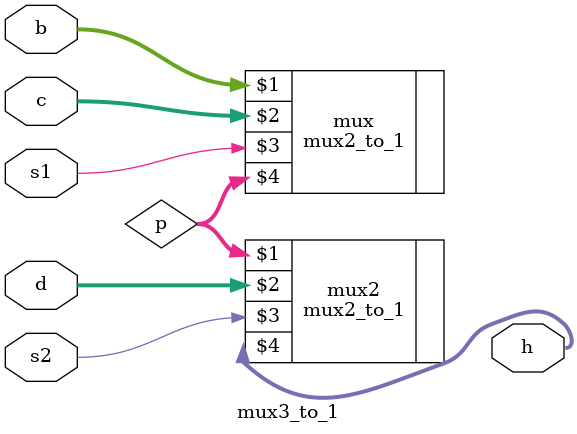
<source format=v>
`include "mux2_to_1.v"
module mux3_to_1(
  input [7:0] b, c, d,
  input s1, s2, 
  output [7:0] h  
);
wire [7:0] p;
mux2_to_1	mux (b[7:0], c[7:0], s1, p[7:0]);
mux2_to_1	mux2 (p[7:0], d[7:0], s2, h[7:0]);
endmodule


</source>
